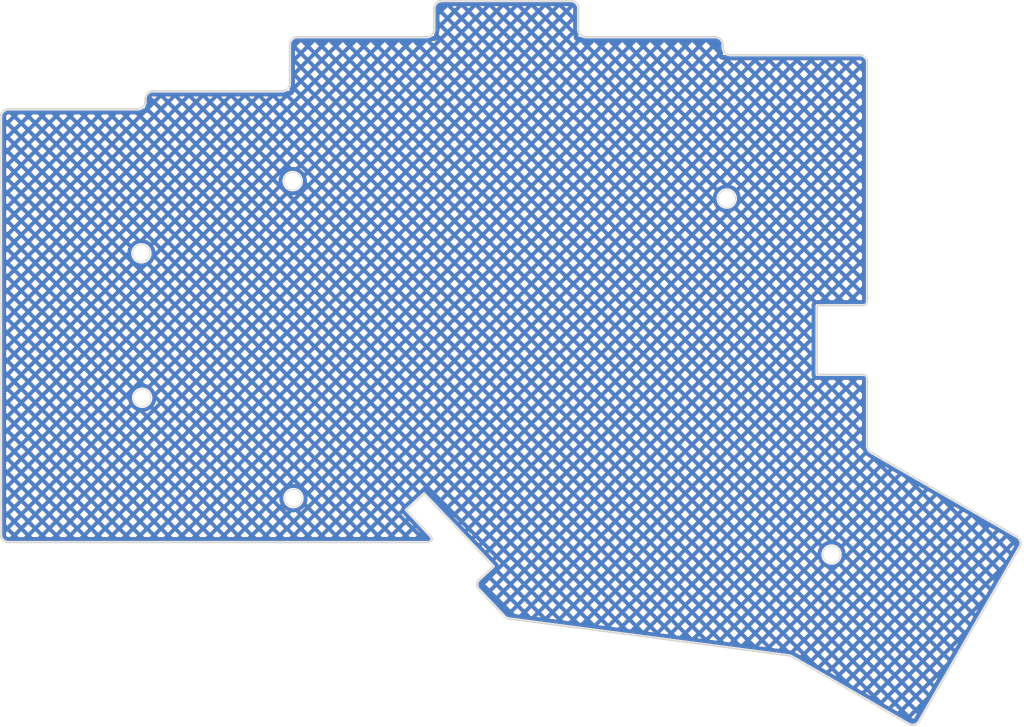
<source format=kicad_pcb>
(kicad_pcb (version 20211014) (generator pcbnew)
  (layers (0 "F.Cu" signal) (31 "B.Cu" signal) (34 "B.Paste" user) (35 "F.Paste" user) (36 "B.SilkS" user "B.Silkscreen") (37 "F.SilkS" user "F.Silkscreen") (38 "B.Mask" user) (39 "F.Mask" user) (44 "Edge.Cuts" user))
  (net 0 "")
  (footprint "kbd:M2_Hole_Edge_Cut" (layer "F.Cu") (at 142.507505 87.19918)
    (fp_text reference "H9")
    (fp_text value "MountingHole")
    (fp_circle (center 0 0) (end 1.15 0) (layer "Edge.Cuts") (width 0.1) (fill none))
  )
  (footprint "kbd:M2_Hole_Edge_Cut" (layer "F.Cu") (at 128.721463 40.374367)
    (fp_text reference "H8")
    (fp_text value "MountingHole")
    (fp_circle (center 0 0) (end 1.15 0) (layer "Edge.Cuts") (width 0.1) (fill none))
  )
  (footprint "kbd:M2_Hole_Edge_Cut" (layer "F.Cu") (at 71.621463 38.074367)
    (fp_text reference "H4")
    (fp_text value "MountingHole")
    (fp_circle (center 0 0) (end 1.15 0) (layer "Edge.Cuts") (width 0.1) (fill none))
  )
  (footprint "kbd:M2_Hole_Edge_Cut" (layer "F.Cu") (at 51.721463 47.574367)
    (fp_text reference "H3")
    (fp_text value "MountingHole")
    (fp_circle (center 0 0) (end 1.15 0) (layer "Edge.Cuts") (width 0.1) (fill none))
  )
  (footprint "kbd:M2_Hole_Edge_Cut" (layer "F.Cu") (at 71.721463 79.774367)
    (fp_text reference "H5")
    (fp_text value "MountingHole")
    (fp_circle (center 0 0) (end 1.15 0) (layer "Edge.Cuts") (width 0.1) (fill none))
  )
  (footprint "kbd:M2_Hole_Edge_Cut" (layer "F.Cu") (at 51.821463 66.574367)
    (fp_text reference "H2")
    (fp_text value "MountingHole")
    (fp_circle (center 0 0) (end 1.15 0) (layer "Edge.Cuts") (width 0.1) (fill none))
  )
  (gr_arc (start 166.912511 84.834934) (mid 167.378437 85.442141) (end 167.278537 86.20096) (layer "Edge.Cuts") (width 0.2))
  (gr_arc (start 90.221463 18.099368) (mid 89.92857 18.806475) (end 89.221463 19.099368) (layer "Edge.Cuts") (width 0.2))
  (gr_line (start 140.591432 54.44434) (end 146.721429 54.440785) (layer "Edge.Cuts") (width 0.2))
  (gr_line (start 33.221463 84.609762) (end 33.221464 41.849368) (layer "Edge.Cuts") (width 0.2))
  (gr_line (start 147.721463 73.754978) (end 166.912511 84.834934) (layer "Edge.Cuts") (width 0.2))
  (gr_arc (start 146.721434 63.504338) (mid 147.074988 63.650786) (end 147.221433 64.004341) (layer "Edge.Cuts") (width 0.2))
  (gr_arc (start 147.221432 53.940786) (mid 147.074984 54.29434) (end 146.721429 54.440785) (layer "Edge.Cuts") (width 0.2))
  (gr_arc (start 52.221466 27.599371) (mid 51.928571 28.306477) (end 51.221463 28.599368) (layer "Edge.Cuts") (width 0.2))
  (gr_arc (start 71.221463 25.224368) (mid 70.92857 25.931475) (end 70.221463 26.224368) (layer "Edge.Cuts") (width 0.2))
  (gr_line (start 71.221463 25.224368) (end 71.221463 20.099368) (layer "Edge.Cuts") (width 0.2))
  (gr_arc (start 146.221463 21.474368) (mid 146.92857 21.767261) (end 147.221463 22.474368) (layer "Edge.Cuts") (width 0.2))
  (gr_arc (start 108.221463 14.349368) (mid 108.92857 14.642261) (end 109.221463 15.349368) (layer "Edge.Cuts") (width 0.2))
  (gr_line (start 110.221463 19.099367) (end 127.221463 19.099367) (layer "Edge.Cuts") (width 0.2))
  (gr_line (start 152.662511 109.516658) (end 137.244527 100.615081) (layer "Edge.Cuts") (width 0.2))
  (gr_line (start 147.221433 64.004341) (end 147.221463 72.888952) (layer "Edge.Cuts") (width 0.2))
  (gr_arc (start 110.221462 19.099368) (mid 109.514356 18.806474) (end 109.221463 18.099367) (layer "Edge.Cuts") (width 0.2))
  (gr_line (start 99.480311 95.345258) (end 96.121464 91.809367) (layer "Edge.Cuts") (width 0.2))
  (gr_arc (start 89.846464 84.849367) (mid 89.903954 85.332863) (end 89.496464 85.599367) (layer "Edge.Cuts") (width 0.2))
  (gr_line (start 146.721434 63.504338) (end 140.591432 63.50434) (layer "Edge.Cuts") (width 0.2))
  (gr_line (start 98.021464 88.749367) (end 88.896464 79.199367) (layer "Edge.Cuts") (width 0.2))
  (gr_arc (start 34.211068 85.599367) (mid 33.511312 85.309518) (end 33.221463 84.609762) (layer "Edge.Cuts") (width 0.2))
  (gr_arc (start 52.221463 27.224368) (mid 52.514356 26.517261) (end 53.221463 26.224368) (layer "Edge.Cuts") (width 0.2))
  (gr_line (start 147.221433 22.474342) (end 147.221432 53.940786) (layer "Edge.Cuts") (width 0.2))
  (gr_line (start 53.221463 26.224368) (end 70.221463 26.224368) (layer "Edge.Cuts") (width 0.2))
  (gr_line (start 52.221463 27.599368) (end 52.221463 27.224367) (layer "Edge.Cuts") (width 0.2))
  (gr_arc (start 129.221463 21.474367) (mid 128.514356 21.181474) (end 128.221463 20.474367) (layer "Edge.Cuts") (width 0.2))
  (gr_line (start 89.496464 85.599367) (end 34.211068 85.599367) (layer "Edge.Cuts") (width 0.2))
  (gr_line (start 140.591432 63.50434) (end 140.591432 54.44434) (layer "Edge.Cuts") (width 0.2))
  (gr_line (start 96.121464 90.484131) (end 98.021464 88.749367) (layer "Edge.Cuts") (width 0.2))
  (gr_arc (start 90.221463 15.349368) (mid 90.514356 14.642261) (end 91.221463 14.349368) (layer "Edge.Cuts") (width 0.2))
  (gr_arc (start 127.221463 19.099367) (mid 127.92857 19.39226) (end 128.221463 20.099367) (layer "Edge.Cuts") (width 0.2))
  (gr_arc (start 100.068595 95.644797) (mid 99.748739 95.545528) (end 99.480311 95.345258) (layer "Edge.Cuts") (width 0.2))
  (gr_line (start 136.878894 100.490965) (end 100.068595 95.644797) (layer "Edge.Cuts") (width 0.2))
  (gr_line (start 88.896464 79.199367) (end 86.571464 81.324367) (layer "Edge.Cuts") (width 0.2))
  (gr_line (start 109.221463 15.349368) (end 109.221463 18.099367) (layer "Edge.Cuts") (width 0.2))
  (gr_line (start 128.221463 20.099367) (end 128.221463 20.474367) (layer "Edge.Cuts") (width 0.2))
  (gr_arc (start 33.221464 29.599368) (mid 33.514357 28.892261) (end 34.221464 28.599368) (layer "Edge.Cuts") (width 0.2))
  (gr_line (start 129.221463 21.474367) (end 146.221463 21.474368) (layer "Edge.Cuts") (width 0.2))
  (gr_line (start 167.278537 86.20096) (end 154.028537 109.150633) (layer "Edge.Cuts") (width 0.2))
  (gr_arc (start 136.878894 100.490965) (mid 137.067823 100.535017) (end 137.244527 100.615081) (layer "Edge.Cuts") (width 0.2))
  (gr_arc (start 147.721463 73.754977) (mid 147.355438 73.388952) (end 147.221463 72.888952) (layer "Edge.Cuts") (width 0.2))
  (gr_line (start 89.846464 84.849367) (end 86.571464 81.324367) (layer "Edge.Cuts") (width 0.2))
  (gr_arc (start 96.121464 91.809367) (mid 95.846999 91.146749) (end 96.121464 90.484131) (layer "Edge.Cuts") (width 0.2))
  (gr_arc (start 71.221462 20.099368) (mid 71.514356 19.392261) (end 72.221463 19.099367) (layer "Edge.Cuts") (width 0.2))
  (gr_line (start 90.221463 18.099368) (end 90.221463 15.349368) (layer "Edge.Cuts") (width 0.2))
  (gr_line (start 91.221463 14.349368) (end 108.221463 14.349368) (layer "Edge.Cuts") (width 0.2))
  (gr_line (start 72.221463 19.099367) (end 89.221463 19.099368) (layer "Edge.Cuts") (width 0.2))
  (gr_line (start 33.221464 41.849368) (end 33.221464 29.599368) (layer "Edge.Cuts") (width 0.2))
  (gr_arc (start 154.028536 109.150633) (mid 153.42133 109.616559) (end 152.662511 109.516658) (layer "Edge.Cuts") (width 0.2))
  (gr_line (start 34.221464 28.599368) (end 51.221463 28.599368) (layer "Edge.Cuts") (width 0.2))
  (zone (net 0) (net_name "") (layers F&B.Cu) (priority 1) (connect_pads (clearance 0.2)) (min_thickness 0.25) (fill yes (mode hatch) (thermal_gap 0.5) (thermal_bridge_width 0.5) (hatch_thickness 0.5) (hatch_gap 0.8) (hatch_orientation 45) (hatch_border_algorithm hatch_thickness) (hatch_min_hole_area 0.3))
    (polygon (pts (xy 109.221463 19.104952) (xy 128.221463 19.104952) (xy 128.221463 21.504952) (xy 147.221463 21.504952) (xy 147.221463 23.804952) (xy 147.721464 73.349367) (xy 167.821463 85.204952) (xy 153.421463 109.904952) (xy 137.021463 100.504952) (xy 99.721463 95.504952) (xy 90.121463 85.504952) (xy 33.221463 85.604952) (xy 33.221463 28.504952) (xy 52.221463 28.504952) (xy 52.221463 26.204952) (xy 71.221463 26.204952) (xy 71.221463 19.004952) (xy 90.221463 19.004952) (xy 90.221463 14.304952) (xy 109.221463 14.304952)))
  )
)
</source>
